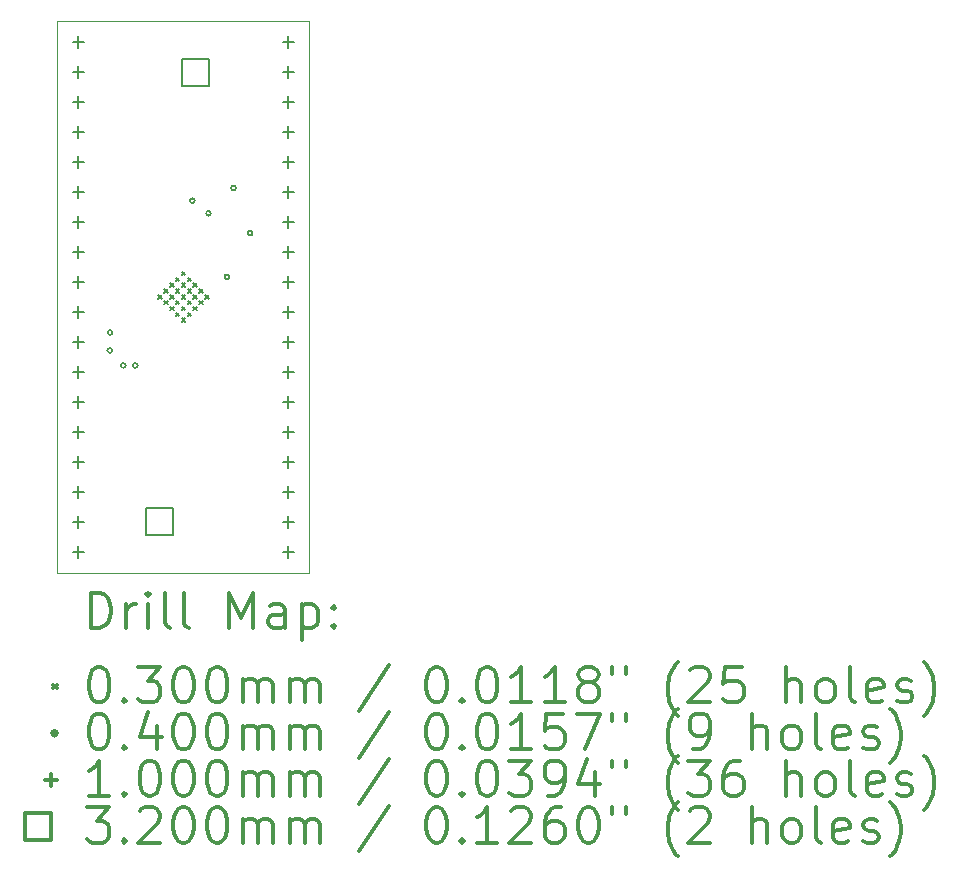
<source format=gbr>
%FSLAX45Y45*%
G04 Gerber Fmt 4.5, Leading zero omitted, Abs format (unit mm)*
G04 Created by KiCad (PCBNEW (5.1.10)-1) date 2021-11-17 00:20:40*
%MOMM*%
%LPD*%
G01*
G04 APERTURE LIST*
%TA.AperFunction,Profile*%
%ADD10C,0.050000*%
%TD*%
%ADD11C,0.200000*%
%ADD12C,0.300000*%
G04 APERTURE END LIST*
D10*
X8931000Y-12336000D02*
X8931000Y-7661000D01*
X11064000Y-12336000D02*
X8931000Y-12336000D01*
X11064000Y-7661000D02*
X11064000Y-12336000D01*
X8931000Y-7661000D02*
X11064000Y-7661000D01*
D11*
X9787010Y-9985000D02*
X9817010Y-10015000D01*
X9817010Y-9985000D02*
X9787010Y-10015000D01*
X9836508Y-9935503D02*
X9866508Y-9965503D01*
X9866508Y-9935503D02*
X9836508Y-9965503D01*
X9836508Y-10034498D02*
X9866508Y-10064498D01*
X9866508Y-10034498D02*
X9836508Y-10064498D01*
X9886005Y-9886005D02*
X9916005Y-9916005D01*
X9916005Y-9886005D02*
X9886005Y-9916005D01*
X9886005Y-9985000D02*
X9916005Y-10015000D01*
X9916005Y-9985000D02*
X9886005Y-10015000D01*
X9886005Y-10083995D02*
X9916005Y-10113995D01*
X9916005Y-10083995D02*
X9886005Y-10113995D01*
X9935503Y-9836508D02*
X9965503Y-9866508D01*
X9965503Y-9836508D02*
X9935503Y-9866508D01*
X9935503Y-9935503D02*
X9965503Y-9965503D01*
X9965503Y-9935503D02*
X9935503Y-9965503D01*
X9935503Y-10034498D02*
X9965503Y-10064498D01*
X9965503Y-10034498D02*
X9935503Y-10064498D01*
X9935503Y-10133492D02*
X9965503Y-10163492D01*
X9965503Y-10133492D02*
X9935503Y-10163492D01*
X9985000Y-9787010D02*
X10015000Y-9817010D01*
X10015000Y-9787010D02*
X9985000Y-9817010D01*
X9985000Y-9886005D02*
X10015000Y-9916005D01*
X10015000Y-9886005D02*
X9985000Y-9916005D01*
X9985000Y-9985000D02*
X10015000Y-10015000D01*
X10015000Y-9985000D02*
X9985000Y-10015000D01*
X9985000Y-10083995D02*
X10015000Y-10113995D01*
X10015000Y-10083995D02*
X9985000Y-10113995D01*
X9985000Y-10182990D02*
X10015000Y-10212990D01*
X10015000Y-10182990D02*
X9985000Y-10212990D01*
X10034498Y-9836508D02*
X10064498Y-9866508D01*
X10064498Y-9836508D02*
X10034498Y-9866508D01*
X10034498Y-9935503D02*
X10064498Y-9965503D01*
X10064498Y-9935503D02*
X10034498Y-9965503D01*
X10034498Y-10034498D02*
X10064498Y-10064498D01*
X10064498Y-10034498D02*
X10034498Y-10064498D01*
X10034498Y-10133492D02*
X10064498Y-10163492D01*
X10064498Y-10133492D02*
X10034498Y-10163492D01*
X10083995Y-9886005D02*
X10113995Y-9916005D01*
X10113995Y-9886005D02*
X10083995Y-9916005D01*
X10083995Y-9985000D02*
X10113995Y-10015000D01*
X10113995Y-9985000D02*
X10083995Y-10015000D01*
X10083995Y-10083995D02*
X10113995Y-10113995D01*
X10113995Y-10083995D02*
X10083995Y-10113995D01*
X10133492Y-9935503D02*
X10163492Y-9965503D01*
X10163492Y-9935503D02*
X10133492Y-9965503D01*
X10133492Y-10034498D02*
X10163492Y-10064498D01*
X10163492Y-10034498D02*
X10133492Y-10064498D01*
X10182990Y-9985000D02*
X10212990Y-10015000D01*
X10212990Y-9985000D02*
X10182990Y-10015000D01*
X9397000Y-10454000D02*
G75*
G03*
X9397000Y-10454000I-20000J0D01*
G01*
X9399000Y-10301000D02*
G75*
G03*
X9399000Y-10301000I-20000J0D01*
G01*
X9512000Y-10581000D02*
G75*
G03*
X9512000Y-10581000I-20000J0D01*
G01*
X9612000Y-10581000D02*
G75*
G03*
X9612000Y-10581000I-20000J0D01*
G01*
X10096000Y-9185000D02*
G75*
G03*
X10096000Y-9185000I-20000J0D01*
G01*
X10232000Y-9294000D02*
G75*
G03*
X10232000Y-9294000I-20000J0D01*
G01*
X10388000Y-9830000D02*
G75*
G03*
X10388000Y-9830000I-20000J0D01*
G01*
X10444000Y-9079000D02*
G75*
G03*
X10444000Y-9079000I-20000J0D01*
G01*
X10585000Y-9461000D02*
G75*
G03*
X10585000Y-9461000I-20000J0D01*
G01*
X9111000Y-7791000D02*
X9111000Y-7891000D01*
X9061000Y-7841000D02*
X9161000Y-7841000D01*
X9111000Y-8045000D02*
X9111000Y-8145000D01*
X9061000Y-8095000D02*
X9161000Y-8095000D01*
X9111000Y-8299000D02*
X9111000Y-8399000D01*
X9061000Y-8349000D02*
X9161000Y-8349000D01*
X9111000Y-8553000D02*
X9111000Y-8653000D01*
X9061000Y-8603000D02*
X9161000Y-8603000D01*
X9111000Y-8807000D02*
X9111000Y-8907000D01*
X9061000Y-8857000D02*
X9161000Y-8857000D01*
X9111000Y-9061000D02*
X9111000Y-9161000D01*
X9061000Y-9111000D02*
X9161000Y-9111000D01*
X9111000Y-9315000D02*
X9111000Y-9415000D01*
X9061000Y-9365000D02*
X9161000Y-9365000D01*
X9111000Y-9569000D02*
X9111000Y-9669000D01*
X9061000Y-9619000D02*
X9161000Y-9619000D01*
X9111000Y-9823000D02*
X9111000Y-9923000D01*
X9061000Y-9873000D02*
X9161000Y-9873000D01*
X9111000Y-10077000D02*
X9111000Y-10177000D01*
X9061000Y-10127000D02*
X9161000Y-10127000D01*
X9111000Y-10331000D02*
X9111000Y-10431000D01*
X9061000Y-10381000D02*
X9161000Y-10381000D01*
X9111000Y-10585000D02*
X9111000Y-10685000D01*
X9061000Y-10635000D02*
X9161000Y-10635000D01*
X9111000Y-10839000D02*
X9111000Y-10939000D01*
X9061000Y-10889000D02*
X9161000Y-10889000D01*
X9111000Y-11093000D02*
X9111000Y-11193000D01*
X9061000Y-11143000D02*
X9161000Y-11143000D01*
X9111000Y-11347000D02*
X9111000Y-11447000D01*
X9061000Y-11397000D02*
X9161000Y-11397000D01*
X9111000Y-11601000D02*
X9111000Y-11701000D01*
X9061000Y-11651000D02*
X9161000Y-11651000D01*
X9111000Y-11855000D02*
X9111000Y-11955000D01*
X9061000Y-11905000D02*
X9161000Y-11905000D01*
X9111000Y-12109000D02*
X9111000Y-12209000D01*
X9061000Y-12159000D02*
X9161000Y-12159000D01*
X10889000Y-7791000D02*
X10889000Y-7891000D01*
X10839000Y-7841000D02*
X10939000Y-7841000D01*
X10889000Y-8045000D02*
X10889000Y-8145000D01*
X10839000Y-8095000D02*
X10939000Y-8095000D01*
X10889000Y-8299000D02*
X10889000Y-8399000D01*
X10839000Y-8349000D02*
X10939000Y-8349000D01*
X10889000Y-8553000D02*
X10889000Y-8653000D01*
X10839000Y-8603000D02*
X10939000Y-8603000D01*
X10889000Y-8807000D02*
X10889000Y-8907000D01*
X10839000Y-8857000D02*
X10939000Y-8857000D01*
X10889000Y-9061000D02*
X10889000Y-9161000D01*
X10839000Y-9111000D02*
X10939000Y-9111000D01*
X10889000Y-9315000D02*
X10889000Y-9415000D01*
X10839000Y-9365000D02*
X10939000Y-9365000D01*
X10889000Y-9569000D02*
X10889000Y-9669000D01*
X10839000Y-9619000D02*
X10939000Y-9619000D01*
X10889000Y-9823000D02*
X10889000Y-9923000D01*
X10839000Y-9873000D02*
X10939000Y-9873000D01*
X10889000Y-10077000D02*
X10889000Y-10177000D01*
X10839000Y-10127000D02*
X10939000Y-10127000D01*
X10889000Y-10331000D02*
X10889000Y-10431000D01*
X10839000Y-10381000D02*
X10939000Y-10381000D01*
X10889000Y-10585000D02*
X10889000Y-10685000D01*
X10839000Y-10635000D02*
X10939000Y-10635000D01*
X10889000Y-10839000D02*
X10889000Y-10939000D01*
X10839000Y-10889000D02*
X10939000Y-10889000D01*
X10889000Y-11093000D02*
X10889000Y-11193000D01*
X10839000Y-11143000D02*
X10939000Y-11143000D01*
X10889000Y-11347000D02*
X10889000Y-11447000D01*
X10839000Y-11397000D02*
X10939000Y-11397000D01*
X10889000Y-11601000D02*
X10889000Y-11701000D01*
X10839000Y-11651000D02*
X10939000Y-11651000D01*
X10889000Y-11855000D02*
X10889000Y-11955000D01*
X10839000Y-11905000D02*
X10939000Y-11905000D01*
X10889000Y-12109000D02*
X10889000Y-12209000D01*
X10839000Y-12159000D02*
X10939000Y-12159000D01*
X9913138Y-12013138D02*
X9913138Y-11786862D01*
X9686862Y-11786862D01*
X9686862Y-12013138D01*
X9913138Y-12013138D01*
X10213138Y-8213138D02*
X10213138Y-7986862D01*
X9986862Y-7986862D01*
X9986862Y-8213138D01*
X10213138Y-8213138D01*
D12*
X9214928Y-12804214D02*
X9214928Y-12504214D01*
X9286357Y-12504214D01*
X9329214Y-12518500D01*
X9357786Y-12547071D01*
X9372071Y-12575643D01*
X9386357Y-12632786D01*
X9386357Y-12675643D01*
X9372071Y-12732786D01*
X9357786Y-12761357D01*
X9329214Y-12789929D01*
X9286357Y-12804214D01*
X9214928Y-12804214D01*
X9514928Y-12804214D02*
X9514928Y-12604214D01*
X9514928Y-12661357D02*
X9529214Y-12632786D01*
X9543500Y-12618500D01*
X9572071Y-12604214D01*
X9600643Y-12604214D01*
X9700643Y-12804214D02*
X9700643Y-12604214D01*
X9700643Y-12504214D02*
X9686357Y-12518500D01*
X9700643Y-12532786D01*
X9714928Y-12518500D01*
X9700643Y-12504214D01*
X9700643Y-12532786D01*
X9886357Y-12804214D02*
X9857786Y-12789929D01*
X9843500Y-12761357D01*
X9843500Y-12504214D01*
X10043500Y-12804214D02*
X10014928Y-12789929D01*
X10000643Y-12761357D01*
X10000643Y-12504214D01*
X10386357Y-12804214D02*
X10386357Y-12504214D01*
X10486357Y-12718500D01*
X10586357Y-12504214D01*
X10586357Y-12804214D01*
X10857786Y-12804214D02*
X10857786Y-12647071D01*
X10843500Y-12618500D01*
X10814928Y-12604214D01*
X10757786Y-12604214D01*
X10729214Y-12618500D01*
X10857786Y-12789929D02*
X10829214Y-12804214D01*
X10757786Y-12804214D01*
X10729214Y-12789929D01*
X10714928Y-12761357D01*
X10714928Y-12732786D01*
X10729214Y-12704214D01*
X10757786Y-12689929D01*
X10829214Y-12689929D01*
X10857786Y-12675643D01*
X11000643Y-12604214D02*
X11000643Y-12904214D01*
X11000643Y-12618500D02*
X11029214Y-12604214D01*
X11086357Y-12604214D01*
X11114928Y-12618500D01*
X11129214Y-12632786D01*
X11143500Y-12661357D01*
X11143500Y-12747071D01*
X11129214Y-12775643D01*
X11114928Y-12789929D01*
X11086357Y-12804214D01*
X11029214Y-12804214D01*
X11000643Y-12789929D01*
X11272071Y-12775643D02*
X11286357Y-12789929D01*
X11272071Y-12804214D01*
X11257786Y-12789929D01*
X11272071Y-12775643D01*
X11272071Y-12804214D01*
X11272071Y-12618500D02*
X11286357Y-12632786D01*
X11272071Y-12647071D01*
X11257786Y-12632786D01*
X11272071Y-12618500D01*
X11272071Y-12647071D01*
X8898500Y-13283500D02*
X8928500Y-13313500D01*
X8928500Y-13283500D02*
X8898500Y-13313500D01*
X9272071Y-13134214D02*
X9300643Y-13134214D01*
X9329214Y-13148500D01*
X9343500Y-13162786D01*
X9357786Y-13191357D01*
X9372071Y-13248500D01*
X9372071Y-13319929D01*
X9357786Y-13377071D01*
X9343500Y-13405643D01*
X9329214Y-13419929D01*
X9300643Y-13434214D01*
X9272071Y-13434214D01*
X9243500Y-13419929D01*
X9229214Y-13405643D01*
X9214928Y-13377071D01*
X9200643Y-13319929D01*
X9200643Y-13248500D01*
X9214928Y-13191357D01*
X9229214Y-13162786D01*
X9243500Y-13148500D01*
X9272071Y-13134214D01*
X9500643Y-13405643D02*
X9514928Y-13419929D01*
X9500643Y-13434214D01*
X9486357Y-13419929D01*
X9500643Y-13405643D01*
X9500643Y-13434214D01*
X9614928Y-13134214D02*
X9800643Y-13134214D01*
X9700643Y-13248500D01*
X9743500Y-13248500D01*
X9772071Y-13262786D01*
X9786357Y-13277071D01*
X9800643Y-13305643D01*
X9800643Y-13377071D01*
X9786357Y-13405643D01*
X9772071Y-13419929D01*
X9743500Y-13434214D01*
X9657786Y-13434214D01*
X9629214Y-13419929D01*
X9614928Y-13405643D01*
X9986357Y-13134214D02*
X10014928Y-13134214D01*
X10043500Y-13148500D01*
X10057786Y-13162786D01*
X10072071Y-13191357D01*
X10086357Y-13248500D01*
X10086357Y-13319929D01*
X10072071Y-13377071D01*
X10057786Y-13405643D01*
X10043500Y-13419929D01*
X10014928Y-13434214D01*
X9986357Y-13434214D01*
X9957786Y-13419929D01*
X9943500Y-13405643D01*
X9929214Y-13377071D01*
X9914928Y-13319929D01*
X9914928Y-13248500D01*
X9929214Y-13191357D01*
X9943500Y-13162786D01*
X9957786Y-13148500D01*
X9986357Y-13134214D01*
X10272071Y-13134214D02*
X10300643Y-13134214D01*
X10329214Y-13148500D01*
X10343500Y-13162786D01*
X10357786Y-13191357D01*
X10372071Y-13248500D01*
X10372071Y-13319929D01*
X10357786Y-13377071D01*
X10343500Y-13405643D01*
X10329214Y-13419929D01*
X10300643Y-13434214D01*
X10272071Y-13434214D01*
X10243500Y-13419929D01*
X10229214Y-13405643D01*
X10214928Y-13377071D01*
X10200643Y-13319929D01*
X10200643Y-13248500D01*
X10214928Y-13191357D01*
X10229214Y-13162786D01*
X10243500Y-13148500D01*
X10272071Y-13134214D01*
X10500643Y-13434214D02*
X10500643Y-13234214D01*
X10500643Y-13262786D02*
X10514928Y-13248500D01*
X10543500Y-13234214D01*
X10586357Y-13234214D01*
X10614928Y-13248500D01*
X10629214Y-13277071D01*
X10629214Y-13434214D01*
X10629214Y-13277071D02*
X10643500Y-13248500D01*
X10672071Y-13234214D01*
X10714928Y-13234214D01*
X10743500Y-13248500D01*
X10757786Y-13277071D01*
X10757786Y-13434214D01*
X10900643Y-13434214D02*
X10900643Y-13234214D01*
X10900643Y-13262786D02*
X10914928Y-13248500D01*
X10943500Y-13234214D01*
X10986357Y-13234214D01*
X11014928Y-13248500D01*
X11029214Y-13277071D01*
X11029214Y-13434214D01*
X11029214Y-13277071D02*
X11043500Y-13248500D01*
X11072071Y-13234214D01*
X11114928Y-13234214D01*
X11143500Y-13248500D01*
X11157786Y-13277071D01*
X11157786Y-13434214D01*
X11743500Y-13119929D02*
X11486357Y-13505643D01*
X12129214Y-13134214D02*
X12157786Y-13134214D01*
X12186357Y-13148500D01*
X12200643Y-13162786D01*
X12214928Y-13191357D01*
X12229214Y-13248500D01*
X12229214Y-13319929D01*
X12214928Y-13377071D01*
X12200643Y-13405643D01*
X12186357Y-13419929D01*
X12157786Y-13434214D01*
X12129214Y-13434214D01*
X12100643Y-13419929D01*
X12086357Y-13405643D01*
X12072071Y-13377071D01*
X12057786Y-13319929D01*
X12057786Y-13248500D01*
X12072071Y-13191357D01*
X12086357Y-13162786D01*
X12100643Y-13148500D01*
X12129214Y-13134214D01*
X12357786Y-13405643D02*
X12372071Y-13419929D01*
X12357786Y-13434214D01*
X12343500Y-13419929D01*
X12357786Y-13405643D01*
X12357786Y-13434214D01*
X12557786Y-13134214D02*
X12586357Y-13134214D01*
X12614928Y-13148500D01*
X12629214Y-13162786D01*
X12643500Y-13191357D01*
X12657786Y-13248500D01*
X12657786Y-13319929D01*
X12643500Y-13377071D01*
X12629214Y-13405643D01*
X12614928Y-13419929D01*
X12586357Y-13434214D01*
X12557786Y-13434214D01*
X12529214Y-13419929D01*
X12514928Y-13405643D01*
X12500643Y-13377071D01*
X12486357Y-13319929D01*
X12486357Y-13248500D01*
X12500643Y-13191357D01*
X12514928Y-13162786D01*
X12529214Y-13148500D01*
X12557786Y-13134214D01*
X12943500Y-13434214D02*
X12772071Y-13434214D01*
X12857786Y-13434214D02*
X12857786Y-13134214D01*
X12829214Y-13177071D01*
X12800643Y-13205643D01*
X12772071Y-13219929D01*
X13229214Y-13434214D02*
X13057786Y-13434214D01*
X13143500Y-13434214D02*
X13143500Y-13134214D01*
X13114928Y-13177071D01*
X13086357Y-13205643D01*
X13057786Y-13219929D01*
X13400643Y-13262786D02*
X13372071Y-13248500D01*
X13357786Y-13234214D01*
X13343500Y-13205643D01*
X13343500Y-13191357D01*
X13357786Y-13162786D01*
X13372071Y-13148500D01*
X13400643Y-13134214D01*
X13457786Y-13134214D01*
X13486357Y-13148500D01*
X13500643Y-13162786D01*
X13514928Y-13191357D01*
X13514928Y-13205643D01*
X13500643Y-13234214D01*
X13486357Y-13248500D01*
X13457786Y-13262786D01*
X13400643Y-13262786D01*
X13372071Y-13277071D01*
X13357786Y-13291357D01*
X13343500Y-13319929D01*
X13343500Y-13377071D01*
X13357786Y-13405643D01*
X13372071Y-13419929D01*
X13400643Y-13434214D01*
X13457786Y-13434214D01*
X13486357Y-13419929D01*
X13500643Y-13405643D01*
X13514928Y-13377071D01*
X13514928Y-13319929D01*
X13500643Y-13291357D01*
X13486357Y-13277071D01*
X13457786Y-13262786D01*
X13629214Y-13134214D02*
X13629214Y-13191357D01*
X13743500Y-13134214D02*
X13743500Y-13191357D01*
X14186357Y-13548500D02*
X14172071Y-13534214D01*
X14143500Y-13491357D01*
X14129214Y-13462786D01*
X14114928Y-13419929D01*
X14100643Y-13348500D01*
X14100643Y-13291357D01*
X14114928Y-13219929D01*
X14129214Y-13177071D01*
X14143500Y-13148500D01*
X14172071Y-13105643D01*
X14186357Y-13091357D01*
X14286357Y-13162786D02*
X14300643Y-13148500D01*
X14329214Y-13134214D01*
X14400643Y-13134214D01*
X14429214Y-13148500D01*
X14443500Y-13162786D01*
X14457786Y-13191357D01*
X14457786Y-13219929D01*
X14443500Y-13262786D01*
X14272071Y-13434214D01*
X14457786Y-13434214D01*
X14729214Y-13134214D02*
X14586357Y-13134214D01*
X14572071Y-13277071D01*
X14586357Y-13262786D01*
X14614928Y-13248500D01*
X14686357Y-13248500D01*
X14714928Y-13262786D01*
X14729214Y-13277071D01*
X14743500Y-13305643D01*
X14743500Y-13377071D01*
X14729214Y-13405643D01*
X14714928Y-13419929D01*
X14686357Y-13434214D01*
X14614928Y-13434214D01*
X14586357Y-13419929D01*
X14572071Y-13405643D01*
X15100643Y-13434214D02*
X15100643Y-13134214D01*
X15229214Y-13434214D02*
X15229214Y-13277071D01*
X15214928Y-13248500D01*
X15186357Y-13234214D01*
X15143500Y-13234214D01*
X15114928Y-13248500D01*
X15100643Y-13262786D01*
X15414928Y-13434214D02*
X15386357Y-13419929D01*
X15372071Y-13405643D01*
X15357786Y-13377071D01*
X15357786Y-13291357D01*
X15372071Y-13262786D01*
X15386357Y-13248500D01*
X15414928Y-13234214D01*
X15457786Y-13234214D01*
X15486357Y-13248500D01*
X15500643Y-13262786D01*
X15514928Y-13291357D01*
X15514928Y-13377071D01*
X15500643Y-13405643D01*
X15486357Y-13419929D01*
X15457786Y-13434214D01*
X15414928Y-13434214D01*
X15686357Y-13434214D02*
X15657786Y-13419929D01*
X15643500Y-13391357D01*
X15643500Y-13134214D01*
X15914928Y-13419929D02*
X15886357Y-13434214D01*
X15829214Y-13434214D01*
X15800643Y-13419929D01*
X15786357Y-13391357D01*
X15786357Y-13277071D01*
X15800643Y-13248500D01*
X15829214Y-13234214D01*
X15886357Y-13234214D01*
X15914928Y-13248500D01*
X15929214Y-13277071D01*
X15929214Y-13305643D01*
X15786357Y-13334214D01*
X16043500Y-13419929D02*
X16072071Y-13434214D01*
X16129214Y-13434214D01*
X16157786Y-13419929D01*
X16172071Y-13391357D01*
X16172071Y-13377071D01*
X16157786Y-13348500D01*
X16129214Y-13334214D01*
X16086357Y-13334214D01*
X16057786Y-13319929D01*
X16043500Y-13291357D01*
X16043500Y-13277071D01*
X16057786Y-13248500D01*
X16086357Y-13234214D01*
X16129214Y-13234214D01*
X16157786Y-13248500D01*
X16272071Y-13548500D02*
X16286357Y-13534214D01*
X16314928Y-13491357D01*
X16329214Y-13462786D01*
X16343500Y-13419929D01*
X16357786Y-13348500D01*
X16357786Y-13291357D01*
X16343500Y-13219929D01*
X16329214Y-13177071D01*
X16314928Y-13148500D01*
X16286357Y-13105643D01*
X16272071Y-13091357D01*
X8928500Y-13694500D02*
G75*
G03*
X8928500Y-13694500I-20000J0D01*
G01*
X9272071Y-13530214D02*
X9300643Y-13530214D01*
X9329214Y-13544500D01*
X9343500Y-13558786D01*
X9357786Y-13587357D01*
X9372071Y-13644500D01*
X9372071Y-13715929D01*
X9357786Y-13773071D01*
X9343500Y-13801643D01*
X9329214Y-13815929D01*
X9300643Y-13830214D01*
X9272071Y-13830214D01*
X9243500Y-13815929D01*
X9229214Y-13801643D01*
X9214928Y-13773071D01*
X9200643Y-13715929D01*
X9200643Y-13644500D01*
X9214928Y-13587357D01*
X9229214Y-13558786D01*
X9243500Y-13544500D01*
X9272071Y-13530214D01*
X9500643Y-13801643D02*
X9514928Y-13815929D01*
X9500643Y-13830214D01*
X9486357Y-13815929D01*
X9500643Y-13801643D01*
X9500643Y-13830214D01*
X9772071Y-13630214D02*
X9772071Y-13830214D01*
X9700643Y-13515929D02*
X9629214Y-13730214D01*
X9814928Y-13730214D01*
X9986357Y-13530214D02*
X10014928Y-13530214D01*
X10043500Y-13544500D01*
X10057786Y-13558786D01*
X10072071Y-13587357D01*
X10086357Y-13644500D01*
X10086357Y-13715929D01*
X10072071Y-13773071D01*
X10057786Y-13801643D01*
X10043500Y-13815929D01*
X10014928Y-13830214D01*
X9986357Y-13830214D01*
X9957786Y-13815929D01*
X9943500Y-13801643D01*
X9929214Y-13773071D01*
X9914928Y-13715929D01*
X9914928Y-13644500D01*
X9929214Y-13587357D01*
X9943500Y-13558786D01*
X9957786Y-13544500D01*
X9986357Y-13530214D01*
X10272071Y-13530214D02*
X10300643Y-13530214D01*
X10329214Y-13544500D01*
X10343500Y-13558786D01*
X10357786Y-13587357D01*
X10372071Y-13644500D01*
X10372071Y-13715929D01*
X10357786Y-13773071D01*
X10343500Y-13801643D01*
X10329214Y-13815929D01*
X10300643Y-13830214D01*
X10272071Y-13830214D01*
X10243500Y-13815929D01*
X10229214Y-13801643D01*
X10214928Y-13773071D01*
X10200643Y-13715929D01*
X10200643Y-13644500D01*
X10214928Y-13587357D01*
X10229214Y-13558786D01*
X10243500Y-13544500D01*
X10272071Y-13530214D01*
X10500643Y-13830214D02*
X10500643Y-13630214D01*
X10500643Y-13658786D02*
X10514928Y-13644500D01*
X10543500Y-13630214D01*
X10586357Y-13630214D01*
X10614928Y-13644500D01*
X10629214Y-13673071D01*
X10629214Y-13830214D01*
X10629214Y-13673071D02*
X10643500Y-13644500D01*
X10672071Y-13630214D01*
X10714928Y-13630214D01*
X10743500Y-13644500D01*
X10757786Y-13673071D01*
X10757786Y-13830214D01*
X10900643Y-13830214D02*
X10900643Y-13630214D01*
X10900643Y-13658786D02*
X10914928Y-13644500D01*
X10943500Y-13630214D01*
X10986357Y-13630214D01*
X11014928Y-13644500D01*
X11029214Y-13673071D01*
X11029214Y-13830214D01*
X11029214Y-13673071D02*
X11043500Y-13644500D01*
X11072071Y-13630214D01*
X11114928Y-13630214D01*
X11143500Y-13644500D01*
X11157786Y-13673071D01*
X11157786Y-13830214D01*
X11743500Y-13515929D02*
X11486357Y-13901643D01*
X12129214Y-13530214D02*
X12157786Y-13530214D01*
X12186357Y-13544500D01*
X12200643Y-13558786D01*
X12214928Y-13587357D01*
X12229214Y-13644500D01*
X12229214Y-13715929D01*
X12214928Y-13773071D01*
X12200643Y-13801643D01*
X12186357Y-13815929D01*
X12157786Y-13830214D01*
X12129214Y-13830214D01*
X12100643Y-13815929D01*
X12086357Y-13801643D01*
X12072071Y-13773071D01*
X12057786Y-13715929D01*
X12057786Y-13644500D01*
X12072071Y-13587357D01*
X12086357Y-13558786D01*
X12100643Y-13544500D01*
X12129214Y-13530214D01*
X12357786Y-13801643D02*
X12372071Y-13815929D01*
X12357786Y-13830214D01*
X12343500Y-13815929D01*
X12357786Y-13801643D01*
X12357786Y-13830214D01*
X12557786Y-13530214D02*
X12586357Y-13530214D01*
X12614928Y-13544500D01*
X12629214Y-13558786D01*
X12643500Y-13587357D01*
X12657786Y-13644500D01*
X12657786Y-13715929D01*
X12643500Y-13773071D01*
X12629214Y-13801643D01*
X12614928Y-13815929D01*
X12586357Y-13830214D01*
X12557786Y-13830214D01*
X12529214Y-13815929D01*
X12514928Y-13801643D01*
X12500643Y-13773071D01*
X12486357Y-13715929D01*
X12486357Y-13644500D01*
X12500643Y-13587357D01*
X12514928Y-13558786D01*
X12529214Y-13544500D01*
X12557786Y-13530214D01*
X12943500Y-13830214D02*
X12772071Y-13830214D01*
X12857786Y-13830214D02*
X12857786Y-13530214D01*
X12829214Y-13573071D01*
X12800643Y-13601643D01*
X12772071Y-13615929D01*
X13214928Y-13530214D02*
X13072071Y-13530214D01*
X13057786Y-13673071D01*
X13072071Y-13658786D01*
X13100643Y-13644500D01*
X13172071Y-13644500D01*
X13200643Y-13658786D01*
X13214928Y-13673071D01*
X13229214Y-13701643D01*
X13229214Y-13773071D01*
X13214928Y-13801643D01*
X13200643Y-13815929D01*
X13172071Y-13830214D01*
X13100643Y-13830214D01*
X13072071Y-13815929D01*
X13057786Y-13801643D01*
X13329214Y-13530214D02*
X13529214Y-13530214D01*
X13400643Y-13830214D01*
X13629214Y-13530214D02*
X13629214Y-13587357D01*
X13743500Y-13530214D02*
X13743500Y-13587357D01*
X14186357Y-13944500D02*
X14172071Y-13930214D01*
X14143500Y-13887357D01*
X14129214Y-13858786D01*
X14114928Y-13815929D01*
X14100643Y-13744500D01*
X14100643Y-13687357D01*
X14114928Y-13615929D01*
X14129214Y-13573071D01*
X14143500Y-13544500D01*
X14172071Y-13501643D01*
X14186357Y-13487357D01*
X14314928Y-13830214D02*
X14372071Y-13830214D01*
X14400643Y-13815929D01*
X14414928Y-13801643D01*
X14443500Y-13758786D01*
X14457786Y-13701643D01*
X14457786Y-13587357D01*
X14443500Y-13558786D01*
X14429214Y-13544500D01*
X14400643Y-13530214D01*
X14343500Y-13530214D01*
X14314928Y-13544500D01*
X14300643Y-13558786D01*
X14286357Y-13587357D01*
X14286357Y-13658786D01*
X14300643Y-13687357D01*
X14314928Y-13701643D01*
X14343500Y-13715929D01*
X14400643Y-13715929D01*
X14429214Y-13701643D01*
X14443500Y-13687357D01*
X14457786Y-13658786D01*
X14814928Y-13830214D02*
X14814928Y-13530214D01*
X14943500Y-13830214D02*
X14943500Y-13673071D01*
X14929214Y-13644500D01*
X14900643Y-13630214D01*
X14857786Y-13630214D01*
X14829214Y-13644500D01*
X14814928Y-13658786D01*
X15129214Y-13830214D02*
X15100643Y-13815929D01*
X15086357Y-13801643D01*
X15072071Y-13773071D01*
X15072071Y-13687357D01*
X15086357Y-13658786D01*
X15100643Y-13644500D01*
X15129214Y-13630214D01*
X15172071Y-13630214D01*
X15200643Y-13644500D01*
X15214928Y-13658786D01*
X15229214Y-13687357D01*
X15229214Y-13773071D01*
X15214928Y-13801643D01*
X15200643Y-13815929D01*
X15172071Y-13830214D01*
X15129214Y-13830214D01*
X15400643Y-13830214D02*
X15372071Y-13815929D01*
X15357786Y-13787357D01*
X15357786Y-13530214D01*
X15629214Y-13815929D02*
X15600643Y-13830214D01*
X15543500Y-13830214D01*
X15514928Y-13815929D01*
X15500643Y-13787357D01*
X15500643Y-13673071D01*
X15514928Y-13644500D01*
X15543500Y-13630214D01*
X15600643Y-13630214D01*
X15629214Y-13644500D01*
X15643500Y-13673071D01*
X15643500Y-13701643D01*
X15500643Y-13730214D01*
X15757786Y-13815929D02*
X15786357Y-13830214D01*
X15843500Y-13830214D01*
X15872071Y-13815929D01*
X15886357Y-13787357D01*
X15886357Y-13773071D01*
X15872071Y-13744500D01*
X15843500Y-13730214D01*
X15800643Y-13730214D01*
X15772071Y-13715929D01*
X15757786Y-13687357D01*
X15757786Y-13673071D01*
X15772071Y-13644500D01*
X15800643Y-13630214D01*
X15843500Y-13630214D01*
X15872071Y-13644500D01*
X15986357Y-13944500D02*
X16000643Y-13930214D01*
X16029214Y-13887357D01*
X16043500Y-13858786D01*
X16057786Y-13815929D01*
X16072071Y-13744500D01*
X16072071Y-13687357D01*
X16057786Y-13615929D01*
X16043500Y-13573071D01*
X16029214Y-13544500D01*
X16000643Y-13501643D01*
X15986357Y-13487357D01*
X8878500Y-14040500D02*
X8878500Y-14140500D01*
X8828500Y-14090500D02*
X8928500Y-14090500D01*
X9372071Y-14226214D02*
X9200643Y-14226214D01*
X9286357Y-14226214D02*
X9286357Y-13926214D01*
X9257786Y-13969071D01*
X9229214Y-13997643D01*
X9200643Y-14011929D01*
X9500643Y-14197643D02*
X9514928Y-14211929D01*
X9500643Y-14226214D01*
X9486357Y-14211929D01*
X9500643Y-14197643D01*
X9500643Y-14226214D01*
X9700643Y-13926214D02*
X9729214Y-13926214D01*
X9757786Y-13940500D01*
X9772071Y-13954786D01*
X9786357Y-13983357D01*
X9800643Y-14040500D01*
X9800643Y-14111929D01*
X9786357Y-14169071D01*
X9772071Y-14197643D01*
X9757786Y-14211929D01*
X9729214Y-14226214D01*
X9700643Y-14226214D01*
X9672071Y-14211929D01*
X9657786Y-14197643D01*
X9643500Y-14169071D01*
X9629214Y-14111929D01*
X9629214Y-14040500D01*
X9643500Y-13983357D01*
X9657786Y-13954786D01*
X9672071Y-13940500D01*
X9700643Y-13926214D01*
X9986357Y-13926214D02*
X10014928Y-13926214D01*
X10043500Y-13940500D01*
X10057786Y-13954786D01*
X10072071Y-13983357D01*
X10086357Y-14040500D01*
X10086357Y-14111929D01*
X10072071Y-14169071D01*
X10057786Y-14197643D01*
X10043500Y-14211929D01*
X10014928Y-14226214D01*
X9986357Y-14226214D01*
X9957786Y-14211929D01*
X9943500Y-14197643D01*
X9929214Y-14169071D01*
X9914928Y-14111929D01*
X9914928Y-14040500D01*
X9929214Y-13983357D01*
X9943500Y-13954786D01*
X9957786Y-13940500D01*
X9986357Y-13926214D01*
X10272071Y-13926214D02*
X10300643Y-13926214D01*
X10329214Y-13940500D01*
X10343500Y-13954786D01*
X10357786Y-13983357D01*
X10372071Y-14040500D01*
X10372071Y-14111929D01*
X10357786Y-14169071D01*
X10343500Y-14197643D01*
X10329214Y-14211929D01*
X10300643Y-14226214D01*
X10272071Y-14226214D01*
X10243500Y-14211929D01*
X10229214Y-14197643D01*
X10214928Y-14169071D01*
X10200643Y-14111929D01*
X10200643Y-14040500D01*
X10214928Y-13983357D01*
X10229214Y-13954786D01*
X10243500Y-13940500D01*
X10272071Y-13926214D01*
X10500643Y-14226214D02*
X10500643Y-14026214D01*
X10500643Y-14054786D02*
X10514928Y-14040500D01*
X10543500Y-14026214D01*
X10586357Y-14026214D01*
X10614928Y-14040500D01*
X10629214Y-14069071D01*
X10629214Y-14226214D01*
X10629214Y-14069071D02*
X10643500Y-14040500D01*
X10672071Y-14026214D01*
X10714928Y-14026214D01*
X10743500Y-14040500D01*
X10757786Y-14069071D01*
X10757786Y-14226214D01*
X10900643Y-14226214D02*
X10900643Y-14026214D01*
X10900643Y-14054786D02*
X10914928Y-14040500D01*
X10943500Y-14026214D01*
X10986357Y-14026214D01*
X11014928Y-14040500D01*
X11029214Y-14069071D01*
X11029214Y-14226214D01*
X11029214Y-14069071D02*
X11043500Y-14040500D01*
X11072071Y-14026214D01*
X11114928Y-14026214D01*
X11143500Y-14040500D01*
X11157786Y-14069071D01*
X11157786Y-14226214D01*
X11743500Y-13911929D02*
X11486357Y-14297643D01*
X12129214Y-13926214D02*
X12157786Y-13926214D01*
X12186357Y-13940500D01*
X12200643Y-13954786D01*
X12214928Y-13983357D01*
X12229214Y-14040500D01*
X12229214Y-14111929D01*
X12214928Y-14169071D01*
X12200643Y-14197643D01*
X12186357Y-14211929D01*
X12157786Y-14226214D01*
X12129214Y-14226214D01*
X12100643Y-14211929D01*
X12086357Y-14197643D01*
X12072071Y-14169071D01*
X12057786Y-14111929D01*
X12057786Y-14040500D01*
X12072071Y-13983357D01*
X12086357Y-13954786D01*
X12100643Y-13940500D01*
X12129214Y-13926214D01*
X12357786Y-14197643D02*
X12372071Y-14211929D01*
X12357786Y-14226214D01*
X12343500Y-14211929D01*
X12357786Y-14197643D01*
X12357786Y-14226214D01*
X12557786Y-13926214D02*
X12586357Y-13926214D01*
X12614928Y-13940500D01*
X12629214Y-13954786D01*
X12643500Y-13983357D01*
X12657786Y-14040500D01*
X12657786Y-14111929D01*
X12643500Y-14169071D01*
X12629214Y-14197643D01*
X12614928Y-14211929D01*
X12586357Y-14226214D01*
X12557786Y-14226214D01*
X12529214Y-14211929D01*
X12514928Y-14197643D01*
X12500643Y-14169071D01*
X12486357Y-14111929D01*
X12486357Y-14040500D01*
X12500643Y-13983357D01*
X12514928Y-13954786D01*
X12529214Y-13940500D01*
X12557786Y-13926214D01*
X12757786Y-13926214D02*
X12943500Y-13926214D01*
X12843500Y-14040500D01*
X12886357Y-14040500D01*
X12914928Y-14054786D01*
X12929214Y-14069071D01*
X12943500Y-14097643D01*
X12943500Y-14169071D01*
X12929214Y-14197643D01*
X12914928Y-14211929D01*
X12886357Y-14226214D01*
X12800643Y-14226214D01*
X12772071Y-14211929D01*
X12757786Y-14197643D01*
X13086357Y-14226214D02*
X13143500Y-14226214D01*
X13172071Y-14211929D01*
X13186357Y-14197643D01*
X13214928Y-14154786D01*
X13229214Y-14097643D01*
X13229214Y-13983357D01*
X13214928Y-13954786D01*
X13200643Y-13940500D01*
X13172071Y-13926214D01*
X13114928Y-13926214D01*
X13086357Y-13940500D01*
X13072071Y-13954786D01*
X13057786Y-13983357D01*
X13057786Y-14054786D01*
X13072071Y-14083357D01*
X13086357Y-14097643D01*
X13114928Y-14111929D01*
X13172071Y-14111929D01*
X13200643Y-14097643D01*
X13214928Y-14083357D01*
X13229214Y-14054786D01*
X13486357Y-14026214D02*
X13486357Y-14226214D01*
X13414928Y-13911929D02*
X13343500Y-14126214D01*
X13529214Y-14126214D01*
X13629214Y-13926214D02*
X13629214Y-13983357D01*
X13743500Y-13926214D02*
X13743500Y-13983357D01*
X14186357Y-14340500D02*
X14172071Y-14326214D01*
X14143500Y-14283357D01*
X14129214Y-14254786D01*
X14114928Y-14211929D01*
X14100643Y-14140500D01*
X14100643Y-14083357D01*
X14114928Y-14011929D01*
X14129214Y-13969071D01*
X14143500Y-13940500D01*
X14172071Y-13897643D01*
X14186357Y-13883357D01*
X14272071Y-13926214D02*
X14457786Y-13926214D01*
X14357786Y-14040500D01*
X14400643Y-14040500D01*
X14429214Y-14054786D01*
X14443500Y-14069071D01*
X14457786Y-14097643D01*
X14457786Y-14169071D01*
X14443500Y-14197643D01*
X14429214Y-14211929D01*
X14400643Y-14226214D01*
X14314928Y-14226214D01*
X14286357Y-14211929D01*
X14272071Y-14197643D01*
X14714928Y-13926214D02*
X14657786Y-13926214D01*
X14629214Y-13940500D01*
X14614928Y-13954786D01*
X14586357Y-13997643D01*
X14572071Y-14054786D01*
X14572071Y-14169071D01*
X14586357Y-14197643D01*
X14600643Y-14211929D01*
X14629214Y-14226214D01*
X14686357Y-14226214D01*
X14714928Y-14211929D01*
X14729214Y-14197643D01*
X14743500Y-14169071D01*
X14743500Y-14097643D01*
X14729214Y-14069071D01*
X14714928Y-14054786D01*
X14686357Y-14040500D01*
X14629214Y-14040500D01*
X14600643Y-14054786D01*
X14586357Y-14069071D01*
X14572071Y-14097643D01*
X15100643Y-14226214D02*
X15100643Y-13926214D01*
X15229214Y-14226214D02*
X15229214Y-14069071D01*
X15214928Y-14040500D01*
X15186357Y-14026214D01*
X15143500Y-14026214D01*
X15114928Y-14040500D01*
X15100643Y-14054786D01*
X15414928Y-14226214D02*
X15386357Y-14211929D01*
X15372071Y-14197643D01*
X15357786Y-14169071D01*
X15357786Y-14083357D01*
X15372071Y-14054786D01*
X15386357Y-14040500D01*
X15414928Y-14026214D01*
X15457786Y-14026214D01*
X15486357Y-14040500D01*
X15500643Y-14054786D01*
X15514928Y-14083357D01*
X15514928Y-14169071D01*
X15500643Y-14197643D01*
X15486357Y-14211929D01*
X15457786Y-14226214D01*
X15414928Y-14226214D01*
X15686357Y-14226214D02*
X15657786Y-14211929D01*
X15643500Y-14183357D01*
X15643500Y-13926214D01*
X15914928Y-14211929D02*
X15886357Y-14226214D01*
X15829214Y-14226214D01*
X15800643Y-14211929D01*
X15786357Y-14183357D01*
X15786357Y-14069071D01*
X15800643Y-14040500D01*
X15829214Y-14026214D01*
X15886357Y-14026214D01*
X15914928Y-14040500D01*
X15929214Y-14069071D01*
X15929214Y-14097643D01*
X15786357Y-14126214D01*
X16043500Y-14211929D02*
X16072071Y-14226214D01*
X16129214Y-14226214D01*
X16157786Y-14211929D01*
X16172071Y-14183357D01*
X16172071Y-14169071D01*
X16157786Y-14140500D01*
X16129214Y-14126214D01*
X16086357Y-14126214D01*
X16057786Y-14111929D01*
X16043500Y-14083357D01*
X16043500Y-14069071D01*
X16057786Y-14040500D01*
X16086357Y-14026214D01*
X16129214Y-14026214D01*
X16157786Y-14040500D01*
X16272071Y-14340500D02*
X16286357Y-14326214D01*
X16314928Y-14283357D01*
X16329214Y-14254786D01*
X16343500Y-14211929D01*
X16357786Y-14140500D01*
X16357786Y-14083357D01*
X16343500Y-14011929D01*
X16329214Y-13969071D01*
X16314928Y-13940500D01*
X16286357Y-13897643D01*
X16272071Y-13883357D01*
X8881638Y-14599638D02*
X8881638Y-14373362D01*
X8655362Y-14373362D01*
X8655362Y-14599638D01*
X8881638Y-14599638D01*
X9186357Y-14322214D02*
X9372071Y-14322214D01*
X9272071Y-14436500D01*
X9314928Y-14436500D01*
X9343500Y-14450786D01*
X9357786Y-14465071D01*
X9372071Y-14493643D01*
X9372071Y-14565071D01*
X9357786Y-14593643D01*
X9343500Y-14607929D01*
X9314928Y-14622214D01*
X9229214Y-14622214D01*
X9200643Y-14607929D01*
X9186357Y-14593643D01*
X9500643Y-14593643D02*
X9514928Y-14607929D01*
X9500643Y-14622214D01*
X9486357Y-14607929D01*
X9500643Y-14593643D01*
X9500643Y-14622214D01*
X9629214Y-14350786D02*
X9643500Y-14336500D01*
X9672071Y-14322214D01*
X9743500Y-14322214D01*
X9772071Y-14336500D01*
X9786357Y-14350786D01*
X9800643Y-14379357D01*
X9800643Y-14407929D01*
X9786357Y-14450786D01*
X9614928Y-14622214D01*
X9800643Y-14622214D01*
X9986357Y-14322214D02*
X10014928Y-14322214D01*
X10043500Y-14336500D01*
X10057786Y-14350786D01*
X10072071Y-14379357D01*
X10086357Y-14436500D01*
X10086357Y-14507929D01*
X10072071Y-14565071D01*
X10057786Y-14593643D01*
X10043500Y-14607929D01*
X10014928Y-14622214D01*
X9986357Y-14622214D01*
X9957786Y-14607929D01*
X9943500Y-14593643D01*
X9929214Y-14565071D01*
X9914928Y-14507929D01*
X9914928Y-14436500D01*
X9929214Y-14379357D01*
X9943500Y-14350786D01*
X9957786Y-14336500D01*
X9986357Y-14322214D01*
X10272071Y-14322214D02*
X10300643Y-14322214D01*
X10329214Y-14336500D01*
X10343500Y-14350786D01*
X10357786Y-14379357D01*
X10372071Y-14436500D01*
X10372071Y-14507929D01*
X10357786Y-14565071D01*
X10343500Y-14593643D01*
X10329214Y-14607929D01*
X10300643Y-14622214D01*
X10272071Y-14622214D01*
X10243500Y-14607929D01*
X10229214Y-14593643D01*
X10214928Y-14565071D01*
X10200643Y-14507929D01*
X10200643Y-14436500D01*
X10214928Y-14379357D01*
X10229214Y-14350786D01*
X10243500Y-14336500D01*
X10272071Y-14322214D01*
X10500643Y-14622214D02*
X10500643Y-14422214D01*
X10500643Y-14450786D02*
X10514928Y-14436500D01*
X10543500Y-14422214D01*
X10586357Y-14422214D01*
X10614928Y-14436500D01*
X10629214Y-14465071D01*
X10629214Y-14622214D01*
X10629214Y-14465071D02*
X10643500Y-14436500D01*
X10672071Y-14422214D01*
X10714928Y-14422214D01*
X10743500Y-14436500D01*
X10757786Y-14465071D01*
X10757786Y-14622214D01*
X10900643Y-14622214D02*
X10900643Y-14422214D01*
X10900643Y-14450786D02*
X10914928Y-14436500D01*
X10943500Y-14422214D01*
X10986357Y-14422214D01*
X11014928Y-14436500D01*
X11029214Y-14465071D01*
X11029214Y-14622214D01*
X11029214Y-14465071D02*
X11043500Y-14436500D01*
X11072071Y-14422214D01*
X11114928Y-14422214D01*
X11143500Y-14436500D01*
X11157786Y-14465071D01*
X11157786Y-14622214D01*
X11743500Y-14307929D02*
X11486357Y-14693643D01*
X12129214Y-14322214D02*
X12157786Y-14322214D01*
X12186357Y-14336500D01*
X12200643Y-14350786D01*
X12214928Y-14379357D01*
X12229214Y-14436500D01*
X12229214Y-14507929D01*
X12214928Y-14565071D01*
X12200643Y-14593643D01*
X12186357Y-14607929D01*
X12157786Y-14622214D01*
X12129214Y-14622214D01*
X12100643Y-14607929D01*
X12086357Y-14593643D01*
X12072071Y-14565071D01*
X12057786Y-14507929D01*
X12057786Y-14436500D01*
X12072071Y-14379357D01*
X12086357Y-14350786D01*
X12100643Y-14336500D01*
X12129214Y-14322214D01*
X12357786Y-14593643D02*
X12372071Y-14607929D01*
X12357786Y-14622214D01*
X12343500Y-14607929D01*
X12357786Y-14593643D01*
X12357786Y-14622214D01*
X12657786Y-14622214D02*
X12486357Y-14622214D01*
X12572071Y-14622214D02*
X12572071Y-14322214D01*
X12543500Y-14365071D01*
X12514928Y-14393643D01*
X12486357Y-14407929D01*
X12772071Y-14350786D02*
X12786357Y-14336500D01*
X12814928Y-14322214D01*
X12886357Y-14322214D01*
X12914928Y-14336500D01*
X12929214Y-14350786D01*
X12943500Y-14379357D01*
X12943500Y-14407929D01*
X12929214Y-14450786D01*
X12757786Y-14622214D01*
X12943500Y-14622214D01*
X13200643Y-14322214D02*
X13143500Y-14322214D01*
X13114928Y-14336500D01*
X13100643Y-14350786D01*
X13072071Y-14393643D01*
X13057786Y-14450786D01*
X13057786Y-14565071D01*
X13072071Y-14593643D01*
X13086357Y-14607929D01*
X13114928Y-14622214D01*
X13172071Y-14622214D01*
X13200643Y-14607929D01*
X13214928Y-14593643D01*
X13229214Y-14565071D01*
X13229214Y-14493643D01*
X13214928Y-14465071D01*
X13200643Y-14450786D01*
X13172071Y-14436500D01*
X13114928Y-14436500D01*
X13086357Y-14450786D01*
X13072071Y-14465071D01*
X13057786Y-14493643D01*
X13414928Y-14322214D02*
X13443500Y-14322214D01*
X13472071Y-14336500D01*
X13486357Y-14350786D01*
X13500643Y-14379357D01*
X13514928Y-14436500D01*
X13514928Y-14507929D01*
X13500643Y-14565071D01*
X13486357Y-14593643D01*
X13472071Y-14607929D01*
X13443500Y-14622214D01*
X13414928Y-14622214D01*
X13386357Y-14607929D01*
X13372071Y-14593643D01*
X13357786Y-14565071D01*
X13343500Y-14507929D01*
X13343500Y-14436500D01*
X13357786Y-14379357D01*
X13372071Y-14350786D01*
X13386357Y-14336500D01*
X13414928Y-14322214D01*
X13629214Y-14322214D02*
X13629214Y-14379357D01*
X13743500Y-14322214D02*
X13743500Y-14379357D01*
X14186357Y-14736500D02*
X14172071Y-14722214D01*
X14143500Y-14679357D01*
X14129214Y-14650786D01*
X14114928Y-14607929D01*
X14100643Y-14536500D01*
X14100643Y-14479357D01*
X14114928Y-14407929D01*
X14129214Y-14365071D01*
X14143500Y-14336500D01*
X14172071Y-14293643D01*
X14186357Y-14279357D01*
X14286357Y-14350786D02*
X14300643Y-14336500D01*
X14329214Y-14322214D01*
X14400643Y-14322214D01*
X14429214Y-14336500D01*
X14443500Y-14350786D01*
X14457786Y-14379357D01*
X14457786Y-14407929D01*
X14443500Y-14450786D01*
X14272071Y-14622214D01*
X14457786Y-14622214D01*
X14814928Y-14622214D02*
X14814928Y-14322214D01*
X14943500Y-14622214D02*
X14943500Y-14465071D01*
X14929214Y-14436500D01*
X14900643Y-14422214D01*
X14857786Y-14422214D01*
X14829214Y-14436500D01*
X14814928Y-14450786D01*
X15129214Y-14622214D02*
X15100643Y-14607929D01*
X15086357Y-14593643D01*
X15072071Y-14565071D01*
X15072071Y-14479357D01*
X15086357Y-14450786D01*
X15100643Y-14436500D01*
X15129214Y-14422214D01*
X15172071Y-14422214D01*
X15200643Y-14436500D01*
X15214928Y-14450786D01*
X15229214Y-14479357D01*
X15229214Y-14565071D01*
X15214928Y-14593643D01*
X15200643Y-14607929D01*
X15172071Y-14622214D01*
X15129214Y-14622214D01*
X15400643Y-14622214D02*
X15372071Y-14607929D01*
X15357786Y-14579357D01*
X15357786Y-14322214D01*
X15629214Y-14607929D02*
X15600643Y-14622214D01*
X15543500Y-14622214D01*
X15514928Y-14607929D01*
X15500643Y-14579357D01*
X15500643Y-14465071D01*
X15514928Y-14436500D01*
X15543500Y-14422214D01*
X15600643Y-14422214D01*
X15629214Y-14436500D01*
X15643500Y-14465071D01*
X15643500Y-14493643D01*
X15500643Y-14522214D01*
X15757786Y-14607929D02*
X15786357Y-14622214D01*
X15843500Y-14622214D01*
X15872071Y-14607929D01*
X15886357Y-14579357D01*
X15886357Y-14565071D01*
X15872071Y-14536500D01*
X15843500Y-14522214D01*
X15800643Y-14522214D01*
X15772071Y-14507929D01*
X15757786Y-14479357D01*
X15757786Y-14465071D01*
X15772071Y-14436500D01*
X15800643Y-14422214D01*
X15843500Y-14422214D01*
X15872071Y-14436500D01*
X15986357Y-14736500D02*
X16000643Y-14722214D01*
X16029214Y-14679357D01*
X16043500Y-14650786D01*
X16057786Y-14607929D01*
X16072071Y-14536500D01*
X16072071Y-14479357D01*
X16057786Y-14407929D01*
X16043500Y-14365071D01*
X16029214Y-14336500D01*
X16000643Y-14293643D01*
X15986357Y-14279357D01*
M02*

</source>
